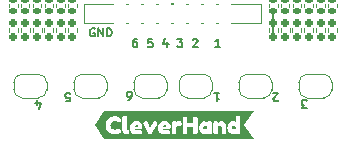
<source format=gbr>
%TF.GenerationSoftware,KiCad,Pcbnew,8.0.4-unknown-202407232306~396e531e7c~ubuntu22.04.1*%
%TF.CreationDate,2024-08-12T16:54:32+01:00*%
%TF.ProjectId,DRY_ELEC_6CH,4452595f-454c-4454-935f-3643482e6b69,1.0*%
%TF.SameCoordinates,Original*%
%TF.FileFunction,Legend,Top*%
%TF.FilePolarity,Positive*%
%FSLAX46Y46*%
G04 Gerber Fmt 4.6, Leading zero omitted, Abs format (unit mm)*
G04 Created by KiCad (PCBNEW 8.0.4-unknown-202407232306~396e531e7c~ubuntu22.04.1) date 2024-08-12 16:54:32*
%MOMM*%
%LPD*%
G01*
G04 APERTURE LIST*
G04 Aperture macros list*
%AMRoundRect*
0 Rectangle with rounded corners*
0 $1 Rounding radius*
0 $2 $3 $4 $5 $6 $7 $8 $9 X,Y pos of 4 corners*
0 Add a 4 corners polygon primitive as box body*
4,1,4,$2,$3,$4,$5,$6,$7,$8,$9,$2,$3,0*
0 Add four circle primitives for the rounded corners*
1,1,$1+$1,$2,$3*
1,1,$1+$1,$4,$5*
1,1,$1+$1,$6,$7*
1,1,$1+$1,$8,$9*
0 Add four rect primitives between the rounded corners*
20,1,$1+$1,$2,$3,$4,$5,0*
20,1,$1+$1,$4,$5,$6,$7,0*
20,1,$1+$1,$6,$7,$8,$9,0*
20,1,$1+$1,$8,$9,$2,$3,0*%
%AMFreePoly0*
4,1,13,0.345671,0.480970,0.426777,0.426777,0.480970,0.345671,0.500000,0.250000,0.500000,-0.900000,-0.500000,-0.900000,-0.500000,0.250000,-0.480970,0.345671,-0.426777,0.426777,-0.345671,0.480970,-0.250000,0.500000,0.250000,0.500000,0.345671,0.480970,0.345671,0.480970,$1*%
%AMFreePoly1*
4,1,19,0.500000,-0.750000,0.000000,-0.750000,0.000000,-0.744911,-0.071157,-0.744911,-0.207708,-0.704816,-0.327430,-0.627875,-0.420627,-0.520320,-0.479746,-0.390866,-0.500000,-0.250000,-0.500000,0.250000,-0.479746,0.390866,-0.420627,0.520320,-0.327430,0.627875,-0.207708,0.704816,-0.071157,0.744911,0.000000,0.744911,0.000000,0.750000,0.500000,0.750000,0.500000,-0.750000,0.500000,-0.750000,
$1*%
%AMFreePoly2*
4,1,19,0.000000,0.744911,0.071157,0.744911,0.207708,0.704816,0.327430,0.627875,0.420627,0.520320,0.479746,0.390866,0.500000,0.250000,0.500000,-0.250000,0.479746,-0.390866,0.420627,-0.520320,0.327430,-0.627875,0.207708,-0.704816,0.071157,-0.744911,0.000000,-0.744911,0.000000,-0.750000,-0.500000,-0.750000,-0.500000,0.750000,0.000000,0.750000,0.000000,0.744911,0.000000,0.744911,
$1*%
G04 Aperture macros list end*
%ADD10C,0.100000*%
%ADD11C,0.152400*%
%ADD12C,0.150000*%
%ADD13C,0.120000*%
%ADD14C,0.000000*%
%ADD15FreePoly0,180.000000*%
%ADD16FreePoly0,0.000000*%
%ADD17RoundRect,0.140000X0.170000X-0.140000X0.170000X0.140000X-0.170000X0.140000X-0.170000X-0.140000X0*%
%ADD18C,2.000000*%
%ADD19RoundRect,0.160000X0.160000X-0.197500X0.160000X0.197500X-0.160000X0.197500X-0.160000X-0.197500X0*%
%ADD20FreePoly1,180.000000*%
%ADD21FreePoly2,180.000000*%
%ADD22C,1.800000*%
%ADD23FreePoly1,0.000000*%
%ADD24FreePoly2,0.000000*%
G04 APERTURE END LIST*
D10*
X22500000Y-27000000D02*
X37500000Y-27000000D01*
X37500000Y-28600000D01*
X22500000Y-28600000D01*
X22500000Y-27000000D01*
D11*
X29000000Y-27000000D02*
X31000000Y-27000000D01*
X38500000Y-27700000D02*
X38500000Y-29700000D01*
D12*
X31699999Y-29982700D02*
X31733332Y-29949366D01*
X31733332Y-29949366D02*
X31799999Y-29916033D01*
X31799999Y-29916033D02*
X31966666Y-29916033D01*
X31966666Y-29916033D02*
X32033332Y-29949366D01*
X32033332Y-29949366D02*
X32066666Y-29982700D01*
X32066666Y-29982700D02*
X32099999Y-30049366D01*
X32099999Y-30049366D02*
X32099999Y-30116033D01*
X32099999Y-30116033D02*
X32066666Y-30216033D01*
X32066666Y-30216033D02*
X31666666Y-30616033D01*
X31666666Y-30616033D02*
X32099999Y-30616033D01*
X29533332Y-30149366D02*
X29533332Y-30616033D01*
X29366666Y-29882700D02*
X29199999Y-30382700D01*
X29199999Y-30382700D02*
X29633332Y-30382700D01*
X18466665Y-35550633D02*
X18466665Y-35083966D01*
X18633332Y-35817300D02*
X18799998Y-35317300D01*
X18799998Y-35317300D02*
X18366665Y-35317300D01*
X28266666Y-29916033D02*
X27933332Y-29916033D01*
X27933332Y-29916033D02*
X27899999Y-30249366D01*
X27899999Y-30249366D02*
X27933332Y-30216033D01*
X27933332Y-30216033D02*
X27999999Y-30182700D01*
X27999999Y-30182700D02*
X28166666Y-30182700D01*
X28166666Y-30182700D02*
X28233332Y-30216033D01*
X28233332Y-30216033D02*
X28266666Y-30249366D01*
X28266666Y-30249366D02*
X28299999Y-30316033D01*
X28299999Y-30316033D02*
X28299999Y-30482700D01*
X28299999Y-30482700D02*
X28266666Y-30549366D01*
X28266666Y-30549366D02*
X28233332Y-30582700D01*
X28233332Y-30582700D02*
X28166666Y-30616033D01*
X28166666Y-30616033D02*
X27999999Y-30616033D01*
X27999999Y-30616033D02*
X27933332Y-30582700D01*
X27933332Y-30582700D02*
X27899999Y-30549366D01*
X23366666Y-29049366D02*
X23299999Y-29016033D01*
X23299999Y-29016033D02*
X23199999Y-29016033D01*
X23199999Y-29016033D02*
X23099999Y-29049366D01*
X23099999Y-29049366D02*
X23033333Y-29116033D01*
X23033333Y-29116033D02*
X22999999Y-29182700D01*
X22999999Y-29182700D02*
X22966666Y-29316033D01*
X22966666Y-29316033D02*
X22966666Y-29416033D01*
X22966666Y-29416033D02*
X22999999Y-29549366D01*
X22999999Y-29549366D02*
X23033333Y-29616033D01*
X23033333Y-29616033D02*
X23099999Y-29682700D01*
X23099999Y-29682700D02*
X23199999Y-29716033D01*
X23199999Y-29716033D02*
X23266666Y-29716033D01*
X23266666Y-29716033D02*
X23366666Y-29682700D01*
X23366666Y-29682700D02*
X23399999Y-29649366D01*
X23399999Y-29649366D02*
X23399999Y-29416033D01*
X23399999Y-29416033D02*
X23266666Y-29416033D01*
X23699999Y-29716033D02*
X23699999Y-29016033D01*
X23699999Y-29016033D02*
X24099999Y-29716033D01*
X24099999Y-29716033D02*
X24099999Y-29016033D01*
X24433332Y-29716033D02*
X24433332Y-29016033D01*
X24433332Y-29016033D02*
X24599999Y-29016033D01*
X24599999Y-29016033D02*
X24699999Y-29049366D01*
X24699999Y-29049366D02*
X24766666Y-29116033D01*
X24766666Y-29116033D02*
X24799999Y-29182700D01*
X24799999Y-29182700D02*
X24833332Y-29316033D01*
X24833332Y-29316033D02*
X24833332Y-29416033D01*
X24833332Y-29416033D02*
X24799999Y-29549366D01*
X24799999Y-29549366D02*
X24766666Y-29616033D01*
X24766666Y-29616033D02*
X24699999Y-29682700D01*
X24699999Y-29682700D02*
X24599999Y-29716033D01*
X24599999Y-29716033D02*
X24433332Y-29716033D01*
X33999999Y-30616033D02*
X33599999Y-30616033D01*
X33799999Y-30616033D02*
X33799999Y-29916033D01*
X33799999Y-29916033D02*
X33733332Y-30016033D01*
X33733332Y-30016033D02*
X33666666Y-30082700D01*
X33666666Y-30082700D02*
X33599999Y-30116033D01*
X30366666Y-29916033D02*
X30799999Y-29916033D01*
X30799999Y-29916033D02*
X30566666Y-30182700D01*
X30566666Y-30182700D02*
X30666666Y-30182700D01*
X30666666Y-30182700D02*
X30733332Y-30216033D01*
X30733332Y-30216033D02*
X30766666Y-30249366D01*
X30766666Y-30249366D02*
X30799999Y-30316033D01*
X30799999Y-30316033D02*
X30799999Y-30482700D01*
X30799999Y-30482700D02*
X30766666Y-30549366D01*
X30766666Y-30549366D02*
X30733332Y-30582700D01*
X30733332Y-30582700D02*
X30666666Y-30616033D01*
X30666666Y-30616033D02*
X30466666Y-30616033D01*
X30466666Y-30616033D02*
X30399999Y-30582700D01*
X30399999Y-30582700D02*
X30366666Y-30549366D01*
X26933332Y-29916033D02*
X26799999Y-29916033D01*
X26799999Y-29916033D02*
X26733332Y-29949366D01*
X26733332Y-29949366D02*
X26699999Y-29982700D01*
X26699999Y-29982700D02*
X26633332Y-30082700D01*
X26633332Y-30082700D02*
X26599999Y-30216033D01*
X26599999Y-30216033D02*
X26599999Y-30482700D01*
X26599999Y-30482700D02*
X26633332Y-30549366D01*
X26633332Y-30549366D02*
X26666666Y-30582700D01*
X26666666Y-30582700D02*
X26733332Y-30616033D01*
X26733332Y-30616033D02*
X26866666Y-30616033D01*
X26866666Y-30616033D02*
X26933332Y-30582700D01*
X26933332Y-30582700D02*
X26966666Y-30549366D01*
X26966666Y-30549366D02*
X26999999Y-30482700D01*
X26999999Y-30482700D02*
X26999999Y-30316033D01*
X26999999Y-30316033D02*
X26966666Y-30249366D01*
X26966666Y-30249366D02*
X26933332Y-30216033D01*
X26933332Y-30216033D02*
X26866666Y-30182700D01*
X26866666Y-30182700D02*
X26733332Y-30182700D01*
X26733332Y-30182700D02*
X26666666Y-30216033D01*
X26666666Y-30216033D02*
X26633332Y-30249366D01*
X26633332Y-30249366D02*
X26599999Y-30316033D01*
X20933332Y-35183966D02*
X21266665Y-35183966D01*
X21266665Y-35183966D02*
X21299998Y-34850633D01*
X21299998Y-34850633D02*
X21266665Y-34883966D01*
X21266665Y-34883966D02*
X21199998Y-34917300D01*
X21199998Y-34917300D02*
X21033332Y-34917300D01*
X21033332Y-34917300D02*
X20966665Y-34883966D01*
X20966665Y-34883966D02*
X20933332Y-34850633D01*
X20933332Y-34850633D02*
X20899998Y-34783966D01*
X20899998Y-34783966D02*
X20899998Y-34617300D01*
X20899998Y-34617300D02*
X20933332Y-34550633D01*
X20933332Y-34550633D02*
X20966665Y-34517300D01*
X20966665Y-34517300D02*
X21033332Y-34483966D01*
X21033332Y-34483966D02*
X21199998Y-34483966D01*
X21199998Y-34483966D02*
X21266665Y-34517300D01*
X21266665Y-34517300D02*
X21299998Y-34550633D01*
X26166665Y-35083966D02*
X26299998Y-35083966D01*
X26299998Y-35083966D02*
X26366665Y-35050633D01*
X26366665Y-35050633D02*
X26399998Y-35017300D01*
X26399998Y-35017300D02*
X26466665Y-34917300D01*
X26466665Y-34917300D02*
X26499998Y-34783966D01*
X26499998Y-34783966D02*
X26499998Y-34517300D01*
X26499998Y-34517300D02*
X26466665Y-34450633D01*
X26466665Y-34450633D02*
X26433332Y-34417300D01*
X26433332Y-34417300D02*
X26366665Y-34383966D01*
X26366665Y-34383966D02*
X26233332Y-34383966D01*
X26233332Y-34383966D02*
X26166665Y-34417300D01*
X26166665Y-34417300D02*
X26133332Y-34450633D01*
X26133332Y-34450633D02*
X26099998Y-34517300D01*
X26099998Y-34517300D02*
X26099998Y-34683966D01*
X26099998Y-34683966D02*
X26133332Y-34750633D01*
X26133332Y-34750633D02*
X26166665Y-34783966D01*
X26166665Y-34783966D02*
X26233332Y-34817300D01*
X26233332Y-34817300D02*
X26366665Y-34817300D01*
X26366665Y-34817300D02*
X26433332Y-34783966D01*
X26433332Y-34783966D02*
X26466665Y-34750633D01*
X26466665Y-34750633D02*
X26499998Y-34683966D01*
X33499998Y-34483966D02*
X33899998Y-34483966D01*
X33699998Y-34483966D02*
X33699998Y-35183966D01*
X33699998Y-35183966D02*
X33766665Y-35083966D01*
X33766665Y-35083966D02*
X33833332Y-35017300D01*
X33833332Y-35017300D02*
X33899998Y-34983966D01*
X41333332Y-35783966D02*
X40899998Y-35783966D01*
X40899998Y-35783966D02*
X41133332Y-35517300D01*
X41133332Y-35517300D02*
X41033332Y-35517300D01*
X41033332Y-35517300D02*
X40966665Y-35483966D01*
X40966665Y-35483966D02*
X40933332Y-35450633D01*
X40933332Y-35450633D02*
X40899998Y-35383966D01*
X40899998Y-35383966D02*
X40899998Y-35217300D01*
X40899998Y-35217300D02*
X40933332Y-35150633D01*
X40933332Y-35150633D02*
X40966665Y-35117300D01*
X40966665Y-35117300D02*
X41033332Y-35083966D01*
X41033332Y-35083966D02*
X41233332Y-35083966D01*
X41233332Y-35083966D02*
X41299998Y-35117300D01*
X41299998Y-35117300D02*
X41333332Y-35150633D01*
X38899998Y-35117300D02*
X38866665Y-35150633D01*
X38866665Y-35150633D02*
X38799998Y-35183966D01*
X38799998Y-35183966D02*
X38633332Y-35183966D01*
X38633332Y-35183966D02*
X38566665Y-35150633D01*
X38566665Y-35150633D02*
X38533332Y-35117300D01*
X38533332Y-35117300D02*
X38499998Y-35050633D01*
X38499998Y-35050633D02*
X38499998Y-34983966D01*
X38499998Y-34983966D02*
X38533332Y-34883966D01*
X38533332Y-34883966D02*
X38933332Y-34483966D01*
X38933332Y-34483966D02*
X38499998Y-34483966D01*
D13*
%TO.C,C9*%
X18139999Y-27207836D02*
X18139999Y-26992164D01*
X18859999Y-27207836D02*
X18859999Y-26992164D01*
%TO.C,R6*%
X43119998Y-29367621D02*
X43119998Y-29032379D01*
X43880000Y-29367621D02*
X43880000Y-29032379D01*
%TO.C,C2*%
X39139999Y-27207836D02*
X39139999Y-26992164D01*
X39859999Y-27207836D02*
X39859999Y-26992164D01*
%TO.C,JP2*%
X35584999Y-34205001D02*
X35584999Y-33604999D01*
X36284999Y-32905000D02*
X37684999Y-32905000D01*
X37684999Y-34905000D02*
X36284999Y-34905000D01*
X38384999Y-33604999D02*
X38384999Y-34205001D01*
X35584999Y-33604999D02*
G75*
G02*
X36284999Y-32905000I700000J-1D01*
G01*
X36284999Y-34905000D02*
G75*
G02*
X35584999Y-34205001I0J700000D01*
G01*
X37684999Y-32905000D02*
G75*
G02*
X38384999Y-33604999I1J-699999D01*
G01*
X38384999Y-34205001D02*
G75*
G02*
X37684999Y-34905000I-699999J0D01*
G01*
%TO.C,C5*%
X42139999Y-27207836D02*
X42139999Y-26992164D01*
X42859999Y-27207836D02*
X42859999Y-26992164D01*
%TO.C,C8*%
X17139999Y-27207836D02*
X17139999Y-26992164D01*
X17859999Y-27207836D02*
X17859999Y-26992164D01*
%TO.C,R7*%
X16119998Y-29367621D02*
X16119998Y-29032379D01*
X16880000Y-29367621D02*
X16880000Y-29032379D01*
%TO.C,R12*%
X21119998Y-29367621D02*
X21119998Y-29032379D01*
X21880000Y-29367621D02*
X21880000Y-29032379D01*
%TO.C,C4*%
X41139999Y-27210336D02*
X41139999Y-26994664D01*
X41859999Y-27210336D02*
X41859999Y-26994664D01*
%TO.C,JP5*%
X21614999Y-34205001D02*
X21614999Y-33604999D01*
X22314999Y-32905000D02*
X23714999Y-32905000D01*
X23714999Y-34905000D02*
X22314999Y-34905000D01*
X24414999Y-33604999D02*
X24414999Y-34205001D01*
X21614999Y-33604999D02*
G75*
G02*
X22314999Y-32905000I699999J0D01*
G01*
X22314999Y-34905000D02*
G75*
G02*
X21614999Y-34205001I-1J699999D01*
G01*
X23714999Y-32905000D02*
G75*
G02*
X24414999Y-33604999I0J-700000D01*
G01*
X24414999Y-34205001D02*
G75*
G02*
X23714999Y-34905000I-700000J1D01*
G01*
%TO.C,R9*%
X18119998Y-29367621D02*
X18119998Y-29032379D01*
X18880000Y-29367621D02*
X18880000Y-29032379D01*
%TO.C,C1*%
X38139999Y-27207836D02*
X38139999Y-26992164D01*
X38859999Y-27207836D02*
X38859999Y-26992164D01*
%TO.C,R11*%
X20119998Y-29367621D02*
X20119998Y-29032379D01*
X20880000Y-29367621D02*
X20880000Y-29032379D01*
%TO.C,R10*%
X19119998Y-29367621D02*
X19119998Y-29032379D01*
X19880000Y-29367621D02*
X19880000Y-29032379D01*
%TO.C,C6*%
X43139999Y-27207836D02*
X43139999Y-26992164D01*
X43859999Y-27207836D02*
X43859999Y-26992164D01*
%TO.C,R2*%
X39119998Y-29367621D02*
X39119998Y-29032379D01*
X39880000Y-29367621D02*
X39880000Y-29032379D01*
%TO.C,R4*%
X41119998Y-29370121D02*
X41119998Y-29034879D01*
X41880000Y-29370121D02*
X41880000Y-29034879D01*
%TO.C,C7*%
X16139999Y-27207836D02*
X16139999Y-26992164D01*
X16859999Y-27207836D02*
X16859999Y-26992164D01*
%TO.C,C3*%
X40139999Y-27210336D02*
X40139999Y-26994664D01*
X40859999Y-27210336D02*
X40859999Y-26994664D01*
%TO.C,R1*%
X38119998Y-29367621D02*
X38119998Y-29032379D01*
X38880000Y-29367621D02*
X38880000Y-29032379D01*
%TO.C,R8*%
X17119998Y-29367621D02*
X17119998Y-29032379D01*
X17880000Y-29367621D02*
X17880000Y-29032379D01*
%TO.C,C11*%
X20139999Y-27207836D02*
X20139999Y-26992164D01*
X20859999Y-27207836D02*
X20859999Y-26992164D01*
%TO.C,C12*%
X21139999Y-27207836D02*
X21139999Y-26992164D01*
X21859999Y-27207836D02*
X21859999Y-26992164D01*
%TO.C,JP3*%
X40664999Y-34205001D02*
X40664999Y-33604999D01*
X41364999Y-32905000D02*
X42764999Y-32905000D01*
X42764999Y-34905000D02*
X41364999Y-34905000D01*
X43464999Y-33604999D02*
X43464999Y-34205001D01*
X40664999Y-33604999D02*
G75*
G02*
X41364999Y-32905000I699999J0D01*
G01*
X41364999Y-34905000D02*
G75*
G02*
X40664999Y-34205001I-1J699999D01*
G01*
X42764999Y-32905000D02*
G75*
G02*
X43464999Y-33604999I0J-700000D01*
G01*
X43464999Y-34205001D02*
G75*
G02*
X42764999Y-34905000I-700000J1D01*
G01*
%TO.C,C10*%
X19139999Y-27207836D02*
X19139999Y-26992164D01*
X19859999Y-27207836D02*
X19859999Y-26992164D01*
D14*
%TO.C,kibuzzard-66BA2E59*%
G36*
X27019169Y-37235408D02*
G01*
X27053504Y-37298712D01*
X26995564Y-37350215D01*
X26755221Y-37350215D01*
X26805650Y-37254721D01*
X26926895Y-37212876D01*
X27019169Y-37235408D01*
G37*
G36*
X29405435Y-37235408D02*
G01*
X29439770Y-37298712D01*
X29381830Y-37350215D01*
X29141487Y-37350215D01*
X29191916Y-37254721D01*
X29313161Y-37212876D01*
X29405435Y-37235408D01*
G37*
G36*
X32852860Y-37324464D02*
G01*
X32896852Y-37433906D01*
X32852860Y-37542275D01*
X32748783Y-37588412D01*
X32636122Y-37542275D01*
X32587839Y-37436052D01*
X32633976Y-37326609D01*
X32744491Y-37279399D01*
X32852860Y-37324464D01*
G37*
G36*
X35263804Y-37326609D02*
G01*
X35308869Y-37436052D01*
X35263804Y-37544421D01*
X35156508Y-37590558D01*
X35047066Y-37544421D01*
X34999856Y-37436052D01*
X35044920Y-37326609D01*
X35154362Y-37281545D01*
X35263804Y-37326609D01*
G37*
G36*
X36059226Y-37200000D02*
G01*
X36834143Y-38362375D01*
X36059226Y-38362375D01*
X35701573Y-38362375D01*
X35508440Y-38362375D01*
X34321744Y-38362375D01*
X33102860Y-38362375D01*
X31027753Y-38362375D01*
X30102860Y-38362375D01*
X29315307Y-38362375D01*
X28077109Y-38362375D01*
X26929040Y-38362375D01*
X26162946Y-38362375D01*
X25096422Y-38362375D01*
X24319598Y-38362375D01*
X24140772Y-38362375D01*
X23380161Y-37221459D01*
X24319598Y-37221459D01*
X24333279Y-37377575D01*
X24374319Y-37519742D01*
X24436283Y-37642865D01*
X24512731Y-37741845D01*
X24602056Y-37822318D01*
X24702646Y-37889914D01*
X24807259Y-37942221D01*
X24908654Y-37976824D01*
X25005489Y-37996137D01*
X25096422Y-38002575D01*
X25235192Y-37989223D01*
X25368239Y-37949165D01*
X25495564Y-37882403D01*
X25583547Y-37816953D01*
X25613590Y-37738627D01*
X25566380Y-37614163D01*
X25489126Y-37522425D01*
X25416165Y-37491845D01*
X25308869Y-37534764D01*
X25201036Y-37587876D01*
X25087839Y-37605579D01*
X24924749Y-37571245D01*
X24847227Y-37523230D01*
X24777753Y-37447854D01*
X24728665Y-37349410D01*
X24712302Y-37232189D01*
X24721422Y-37140987D01*
X24748783Y-37060515D01*
X24844277Y-36943562D01*
X24965521Y-36880258D01*
X25087839Y-36858798D01*
X25139341Y-36860944D01*
X25182259Y-36868455D01*
X25216594Y-36877039D01*
X25245564Y-36887768D01*
X25265950Y-36899571D01*
X25284191Y-36911373D01*
X25298139Y-36921030D01*
X25414019Y-36970386D01*
X25488053Y-36941416D01*
X25568525Y-36854506D01*
X25615736Y-36734335D01*
X25595350Y-36669957D01*
X25555650Y-36624893D01*
X25506859Y-36590558D01*
X25718740Y-36590558D01*
X25718740Y-37541202D01*
X25724105Y-37672371D01*
X25740199Y-37774034D01*
X25819598Y-37907082D01*
X25952646Y-37967167D01*
X26042774Y-37977629D01*
X26162946Y-37981116D01*
X26210156Y-37977897D01*
X26252002Y-37958584D01*
X26288483Y-37899571D01*
X26300285Y-37787983D01*
X26288483Y-37682833D01*
X26252002Y-37627039D01*
X26210156Y-37608798D01*
X26165092Y-37605579D01*
X26114663Y-37593777D01*
X26107152Y-37517597D01*
X26107152Y-37440343D01*
X26343204Y-37440343D01*
X26351519Y-37537983D01*
X26376465Y-37633476D01*
X26417774Y-37725751D01*
X26475178Y-37813734D01*
X26553772Y-37891255D01*
X26658654Y-37952146D01*
X26785264Y-37991577D01*
X26929040Y-38004721D01*
X27124319Y-37992516D01*
X27263804Y-37955901D01*
X27347495Y-37894877D01*
X27375392Y-37809442D01*
X27347495Y-37710730D01*
X27289556Y-37633476D01*
X27218740Y-37607725D01*
X27120028Y-37635622D01*
X26946208Y-37663519D01*
X26819598Y-37633476D01*
X26755221Y-37551931D01*
X27212302Y-37551931D01*
X27299480Y-37535569D01*
X27367882Y-37486481D01*
X27412141Y-37407350D01*
X27426895Y-37300858D01*
X27394974Y-37150107D01*
X27308537Y-37020815D01*
X27495564Y-37020815D01*
X27525607Y-37174249D01*
X27905435Y-37897425D01*
X27973032Y-37968240D01*
X28077109Y-37991845D01*
X28181186Y-37968240D01*
X28248783Y-37897425D01*
X28488853Y-37440343D01*
X28729470Y-37440343D01*
X28737785Y-37537983D01*
X28762731Y-37633476D01*
X28804040Y-37725751D01*
X28861444Y-37813734D01*
X28940038Y-37891255D01*
X29044920Y-37952146D01*
X29171530Y-37991577D01*
X29315307Y-38004721D01*
X29510586Y-37992516D01*
X29650071Y-37955901D01*
X29733762Y-37894877D01*
X29761659Y-37809442D01*
X29733762Y-37710730D01*
X29675822Y-37633476D01*
X29605006Y-37607725D01*
X29506294Y-37635622D01*
X29332474Y-37663519D01*
X29205865Y-37633476D01*
X29141487Y-37551931D01*
X29598568Y-37551931D01*
X29685746Y-37535569D01*
X29754148Y-37486481D01*
X29798407Y-37407350D01*
X29813161Y-37300858D01*
X29781240Y-37150107D01*
X29737125Y-37084120D01*
X29909727Y-37084120D01*
X29909727Y-37783691D01*
X29912946Y-37857725D01*
X29933332Y-37916738D01*
X29992345Y-37966094D01*
X30102860Y-37981116D01*
X30216594Y-37966094D01*
X30276680Y-37917811D01*
X30297066Y-37860944D01*
X30300285Y-37787983D01*
X30300285Y-37369528D01*
X30342131Y-37291202D01*
X30448354Y-37260086D01*
X30500929Y-37276180D01*
X30583547Y-37292275D01*
X30703719Y-37218240D01*
X30739126Y-37135354D01*
X30750929Y-37034764D01*
X30724105Y-36953219D01*
X30654362Y-36904936D01*
X30577109Y-36885622D01*
X30512731Y-36880258D01*
X30397925Y-36904936D01*
X30289556Y-36978970D01*
X30229470Y-36912983D01*
X30105006Y-36890987D01*
X29992345Y-36906009D01*
X29933332Y-36954292D01*
X29912946Y-37011159D01*
X29909727Y-37084120D01*
X29737125Y-37084120D01*
X29685478Y-37006867D01*
X29587839Y-36929375D01*
X29465164Y-36882880D01*
X29317453Y-36867382D01*
X29154958Y-36885145D01*
X29013685Y-36938436D01*
X28893633Y-37027253D01*
X28802431Y-37144206D01*
X28747710Y-37281903D01*
X28729470Y-37440343D01*
X28488853Y-37440343D01*
X28628611Y-37174249D01*
X28664019Y-37069099D01*
X28638268Y-36983262D01*
X28542774Y-36910300D01*
X28386122Y-36874893D01*
X28329255Y-36913788D01*
X28278826Y-36998283D01*
X28077109Y-37457511D01*
X27875392Y-36998283D01*
X27771315Y-36875966D01*
X27611444Y-36910300D01*
X27495564Y-37020815D01*
X27308537Y-37020815D01*
X27299212Y-37006867D01*
X27201573Y-36929375D01*
X27078897Y-36882880D01*
X26931186Y-36867382D01*
X26768692Y-36885145D01*
X26627419Y-36938436D01*
X26507367Y-37027253D01*
X26416165Y-37144206D01*
X26361444Y-37281903D01*
X26343204Y-37440343D01*
X26107152Y-37440343D01*
X26107152Y-36674249D01*
X30832474Y-36674249D01*
X30832474Y-37781545D01*
X30835693Y-37855579D01*
X30856079Y-37914592D01*
X30916165Y-37963948D01*
X31027753Y-37978970D01*
X31141487Y-37963948D01*
X31201573Y-37915665D01*
X31221959Y-37857725D01*
X31225178Y-37783691D01*
X31225178Y-37397425D01*
X31714448Y-37397425D01*
X31714448Y-37781545D01*
X31717667Y-37855579D01*
X31738053Y-37914592D01*
X31798139Y-37963948D01*
X31909727Y-37978970D01*
X32023461Y-37963948D01*
X32083547Y-37915665D01*
X32103933Y-37857725D01*
X32107152Y-37783691D01*
X32107152Y-37431760D01*
X32199427Y-37431760D01*
X32216236Y-37569337D01*
X32266666Y-37695947D01*
X32350714Y-37811588D01*
X32456222Y-37903386D01*
X32571029Y-37958464D01*
X32695135Y-37976824D01*
X32817989Y-37957511D01*
X32920457Y-37899571D01*
X32981079Y-37957511D01*
X33102860Y-37976824D01*
X33214448Y-37961803D01*
X33274534Y-37913519D01*
X33294920Y-37856652D01*
X33298139Y-37783691D01*
X33298139Y-37086266D01*
X33297755Y-37077682D01*
X33426895Y-37077682D01*
X33426895Y-37783691D01*
X33430113Y-37857725D01*
X33450500Y-37915665D01*
X33509513Y-37963948D01*
X33620028Y-37978970D01*
X33731616Y-37963948D01*
X33791701Y-37915665D01*
X33812088Y-37857725D01*
X33815307Y-37785837D01*
X33815307Y-37433906D01*
X33858225Y-37321245D01*
X33971959Y-37279399D01*
X34084620Y-37320172D01*
X34124319Y-37433906D01*
X34124319Y-37783691D01*
X34127538Y-37855579D01*
X34147925Y-37914592D01*
X34208010Y-37963948D01*
X34321744Y-37978970D01*
X34434405Y-37963948D01*
X34493418Y-37915665D01*
X34513804Y-37857725D01*
X34517023Y-37785837D01*
X34517023Y-37433906D01*
X34516841Y-37431760D01*
X34609298Y-37431760D01*
X34626108Y-37569337D01*
X34676537Y-37695947D01*
X34760586Y-37811588D01*
X34866093Y-37903386D01*
X34980900Y-37958464D01*
X35105006Y-37976824D01*
X35228397Y-37957511D01*
X35332474Y-37899571D01*
X35393633Y-37959120D01*
X35508440Y-37978970D01*
X35618955Y-37963948D01*
X35677968Y-37914592D01*
X35698354Y-37855579D01*
X35701573Y-37783691D01*
X35701573Y-36592704D01*
X35698354Y-36520815D01*
X35677968Y-36462876D01*
X35618955Y-36414592D01*
X35506294Y-36399571D01*
X35412946Y-36410300D01*
X35357152Y-36440343D01*
X35329255Y-36485408D01*
X35320671Y-36539056D01*
X35321744Y-36594850D01*
X35321744Y-36963948D01*
X35222495Y-36910837D01*
X35105006Y-36893133D01*
X34981973Y-36911493D01*
X34867524Y-36966571D01*
X34761659Y-37058369D01*
X34677014Y-37173295D01*
X34626227Y-37297759D01*
X34609298Y-37431760D01*
X34516841Y-37431760D01*
X34504386Y-37284645D01*
X34466475Y-37154459D01*
X34403289Y-37043348D01*
X34316976Y-36958703D01*
X34209679Y-36907916D01*
X34081401Y-36890987D01*
X33925822Y-36931760D01*
X33811015Y-37024034D01*
X33804577Y-36980043D01*
X33780972Y-36939270D01*
X33723032Y-36903863D01*
X33622174Y-36890987D01*
X33510586Y-36904936D01*
X33451573Y-36951073D01*
X33431186Y-37006867D01*
X33426895Y-37077682D01*
X33297755Y-37077682D01*
X33294920Y-37014378D01*
X33274534Y-36955365D01*
X33215521Y-36906009D01*
X33105006Y-36890987D01*
X32975178Y-36912983D01*
X32920457Y-36978970D01*
X32821208Y-36914592D01*
X32695135Y-36893133D01*
X32572102Y-36911493D01*
X32457653Y-36966571D01*
X32351787Y-37058369D01*
X32267143Y-37173295D01*
X32216356Y-37297759D01*
X32199427Y-37431760D01*
X32107152Y-37431760D01*
X32107152Y-36676395D01*
X32103933Y-36602361D01*
X32083547Y-36543348D01*
X32023461Y-36493991D01*
X31911873Y-36478970D01*
X31798139Y-36493991D01*
X31738053Y-36543348D01*
X31717667Y-36602361D01*
X31714448Y-36674249D01*
X31714448Y-37062661D01*
X31225178Y-37062661D01*
X31225178Y-36676395D01*
X31221959Y-36602361D01*
X31201573Y-36543348D01*
X31141487Y-36493991D01*
X31029899Y-36478970D01*
X30916165Y-36493991D01*
X30856079Y-36543348D01*
X30835693Y-36602361D01*
X30832474Y-36674249D01*
X26107152Y-36674249D01*
X26107152Y-36592704D01*
X26102860Y-36519742D01*
X26082474Y-36459657D01*
X26024534Y-36410300D01*
X25914019Y-36395279D01*
X25802431Y-36410300D01*
X25742345Y-36458584D01*
X25721959Y-36516524D01*
X25718740Y-36590558D01*
X25506859Y-36590558D01*
X25497710Y-36584120D01*
X25362278Y-36517358D01*
X25230662Y-36477301D01*
X25102860Y-36463948D01*
X25008171Y-36470386D01*
X24908654Y-36489700D01*
X24805650Y-36523766D01*
X24700500Y-36574464D01*
X24599910Y-36639914D01*
X24510586Y-36718240D01*
X24434405Y-36814539D01*
X24373246Y-36933906D01*
X24333010Y-37071245D01*
X24319598Y-37221459D01*
X23380161Y-37221459D01*
X23365855Y-37200000D01*
X24140772Y-36037625D01*
X24319598Y-36037625D01*
X35701573Y-36037625D01*
X36059226Y-36037625D01*
X36834143Y-36037625D01*
X36059226Y-37200000D01*
G37*
D13*
%TO.C,R3*%
X40119998Y-29370121D02*
X40119998Y-29034879D01*
X40880000Y-29370121D02*
X40880000Y-29034879D01*
%TO.C,JP6*%
X26694999Y-34205001D02*
X26694999Y-33604999D01*
X27394999Y-32905000D02*
X28794999Y-32905000D01*
X28794999Y-34905000D02*
X27394999Y-34905000D01*
X29494999Y-33604999D02*
X29494999Y-34205001D01*
X26694999Y-33604999D02*
G75*
G02*
X27394999Y-32905000I699999J0D01*
G01*
X27394999Y-34905000D02*
G75*
G02*
X26694999Y-34205001I-1J699999D01*
G01*
X28794999Y-32905000D02*
G75*
G02*
X29494999Y-33604999I0J-700000D01*
G01*
X29494999Y-34205001D02*
G75*
G02*
X28794999Y-34905000I-700000J1D01*
G01*
%TO.C,JP1*%
X30519998Y-34205001D02*
X30519998Y-33604999D01*
X31219998Y-32905000D02*
X32619998Y-32905000D01*
X32619998Y-34905000D02*
X31219998Y-34905000D01*
X33319998Y-33604999D02*
X33319998Y-34205001D01*
X30519998Y-33604999D02*
G75*
G02*
X31219998Y-32905000I700000J-1D01*
G01*
X31219998Y-34905000D02*
G75*
G02*
X30519998Y-34205001I0J700000D01*
G01*
X32619998Y-32905000D02*
G75*
G02*
X33319998Y-33604999I1J-699999D01*
G01*
X33319998Y-34205001D02*
G75*
G02*
X32619998Y-34905000I-699999J0D01*
G01*
%TO.C,JP4*%
X16520000Y-34205001D02*
X16520000Y-33604999D01*
X17220000Y-32905000D02*
X18620000Y-32905000D01*
X18620000Y-34905000D02*
X17220000Y-34905000D01*
X19320000Y-33604999D02*
X19320000Y-34205001D01*
X16520000Y-33604999D02*
G75*
G02*
X17220000Y-32905000I699999J0D01*
G01*
X17220000Y-34905000D02*
G75*
G02*
X16520000Y-34205001I-1J699999D01*
G01*
X18620000Y-32905000D02*
G75*
G02*
X19320000Y-33604999I0J-700000D01*
G01*
X19320000Y-34205001D02*
G75*
G02*
X18620000Y-34905000I-700000J1D01*
G01*
%TO.C,R5*%
X42119998Y-29367621D02*
X42119998Y-29032379D01*
X42880000Y-29367621D02*
X42880000Y-29032379D01*
%TD*%
%LPC*%
D15*
%TO.C,J14*%
X31905000Y-29200000D03*
%TD*%
D16*
%TO.C,J4*%
X29365000Y-26800000D03*
%TD*%
D17*
%TO.C,C9*%
X18499999Y-27580000D03*
X18499999Y-26620000D03*
%TD*%
D18*
%TO.C,I4*%
X43099999Y-36600000D03*
%TD*%
D19*
%TO.C,R6*%
X43499999Y-29797500D03*
X43499999Y-28602500D03*
%TD*%
D17*
%TO.C,C2*%
X39499999Y-27580000D03*
X39499999Y-26620000D03*
%TD*%
D20*
%TO.C,JP2*%
X37634998Y-33905000D03*
D21*
X36335000Y-33905000D03*
%TD*%
D15*
%TO.C,J9*%
X25555000Y-29265000D03*
%TD*%
D17*
%TO.C,C5*%
X42499999Y-27580000D03*
X42499999Y-26620000D03*
%TD*%
D16*
%TO.C,J2*%
X26825000Y-26800000D03*
%TD*%
D18*
%TO.C,I3*%
X16899999Y-36600000D03*
%TD*%
D17*
%TO.C,C8*%
X17499999Y-27580000D03*
X17499999Y-26620000D03*
%TD*%
D22*
%TO.C,J17*%
X32539999Y-32000000D03*
%TD*%
D19*
%TO.C,R7*%
X16499999Y-29797500D03*
X16499999Y-28602500D03*
%TD*%
D22*
%TO.C,J21*%
X22379999Y-32000000D03*
%TD*%
D19*
%TO.C,R12*%
X21499999Y-29797500D03*
X21499999Y-28602500D03*
%TD*%
D17*
%TO.C,C4*%
X41499999Y-27582500D03*
X41499999Y-26622500D03*
%TD*%
D15*
%TO.C,J12*%
X29365000Y-29200000D03*
%TD*%
D23*
%TO.C,JP5*%
X22365000Y-33905000D03*
D24*
X23664998Y-33905000D03*
%TD*%
D19*
%TO.C,R9*%
X18499999Y-29797500D03*
X18499999Y-28602500D03*
%TD*%
D15*
%TO.C,J13*%
X30635000Y-29200000D03*
%TD*%
%TO.C,J16*%
X34445000Y-29265000D03*
%TD*%
D17*
%TO.C,C1*%
X38499999Y-27580000D03*
X38499999Y-26620000D03*
%TD*%
D19*
%TO.C,R11*%
X20499999Y-29797500D03*
X20499999Y-28602500D03*
%TD*%
%TO.C,R10*%
X19499999Y-29797500D03*
X19499999Y-28602500D03*
%TD*%
D17*
%TO.C,C6*%
X43499999Y-27580000D03*
X43499999Y-26620000D03*
%TD*%
D19*
%TO.C,R2*%
X39499999Y-29797500D03*
X39499999Y-28602500D03*
%TD*%
%TO.C,R4*%
X41499999Y-29800000D03*
X41499999Y-28605000D03*
%TD*%
D16*
%TO.C,J1*%
X25555000Y-26865000D03*
%TD*%
D17*
%TO.C,C7*%
X16499999Y-27580000D03*
X16499999Y-26620000D03*
%TD*%
%TO.C,C3*%
X40499999Y-27582500D03*
X40499999Y-26622500D03*
%TD*%
D19*
%TO.C,R1*%
X38499999Y-29797500D03*
X38499999Y-28602500D03*
%TD*%
D15*
%TO.C,J10*%
X26825000Y-29200000D03*
%TD*%
%TO.C,J15*%
X33175000Y-29200000D03*
%TD*%
D19*
%TO.C,R8*%
X17499999Y-29797500D03*
X17499999Y-28602500D03*
%TD*%
D22*
%TO.C,J20*%
X17299999Y-32000000D03*
%TD*%
D17*
%TO.C,C11*%
X20499999Y-27580000D03*
X20499999Y-26620000D03*
%TD*%
D16*
%TO.C,J5*%
X30635000Y-26800000D03*
%TD*%
D17*
%TO.C,C12*%
X21499999Y-27580000D03*
X21499999Y-26620000D03*
%TD*%
D16*
%TO.C,J7*%
X33175000Y-26800000D03*
%TD*%
D23*
%TO.C,JP3*%
X41415000Y-33905000D03*
D24*
X42714998Y-33905000D03*
%TD*%
D16*
%TO.C,J3*%
X28095000Y-26800000D03*
%TD*%
D22*
%TO.C,J18*%
X37619999Y-32000000D03*
%TD*%
D17*
%TO.C,C10*%
X19499999Y-27580000D03*
X19499999Y-26620000D03*
%TD*%
D22*
%TO.C,J22*%
X27459999Y-32000000D03*
%TD*%
D19*
%TO.C,R3*%
X40499999Y-29800000D03*
X40499999Y-28605000D03*
%TD*%
D22*
%TO.C,J19*%
X42699999Y-32000000D03*
%TD*%
D15*
%TO.C,J11*%
X28095000Y-29200000D03*
%TD*%
D23*
%TO.C,JP6*%
X27445000Y-33905000D03*
D24*
X28744998Y-33905000D03*
%TD*%
D16*
%TO.C,J6*%
X31905000Y-26800000D03*
%TD*%
%TO.C,J8*%
X34445000Y-26865000D03*
%TD*%
D20*
%TO.C,JP1*%
X32569997Y-33905000D03*
D21*
X31269999Y-33905000D03*
%TD*%
D23*
%TO.C,JP4*%
X17270001Y-33905000D03*
D24*
X18569999Y-33905000D03*
%TD*%
D19*
%TO.C,R5*%
X42499999Y-29797500D03*
X42499999Y-28602500D03*
%TD*%
%LPD*%
M02*

</source>
